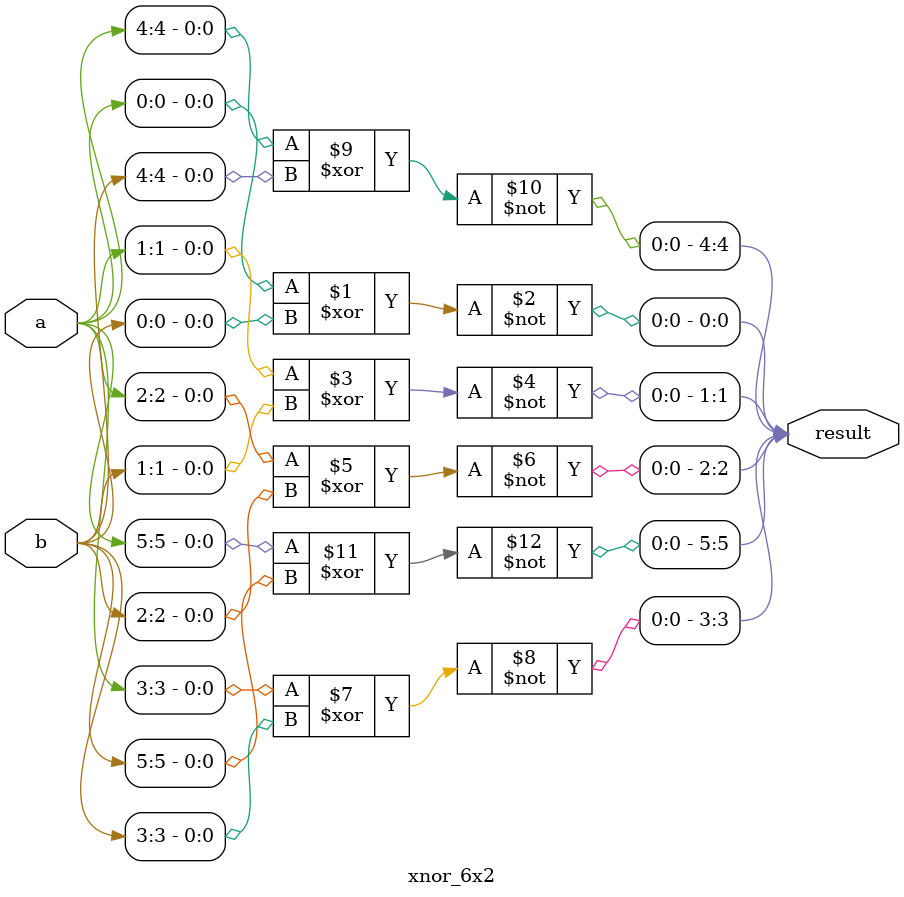
<source format=v>
module xnor_6x2 (result, a, b);
    input [5:0] a, b;
    output [5:0] result;
    
    xnor m0(result[0], a[0], b[0]);
    xnor m1(result[1], a[1], b[1]);
    xnor m2(result[2], a[2], b[2]);
    xnor m3(result[3], a[3], b[3]);
    xnor m4(result[4], a[4], b[4]);
    xnor m5(result[5], a[5], b[5]);
endmodule
</source>
